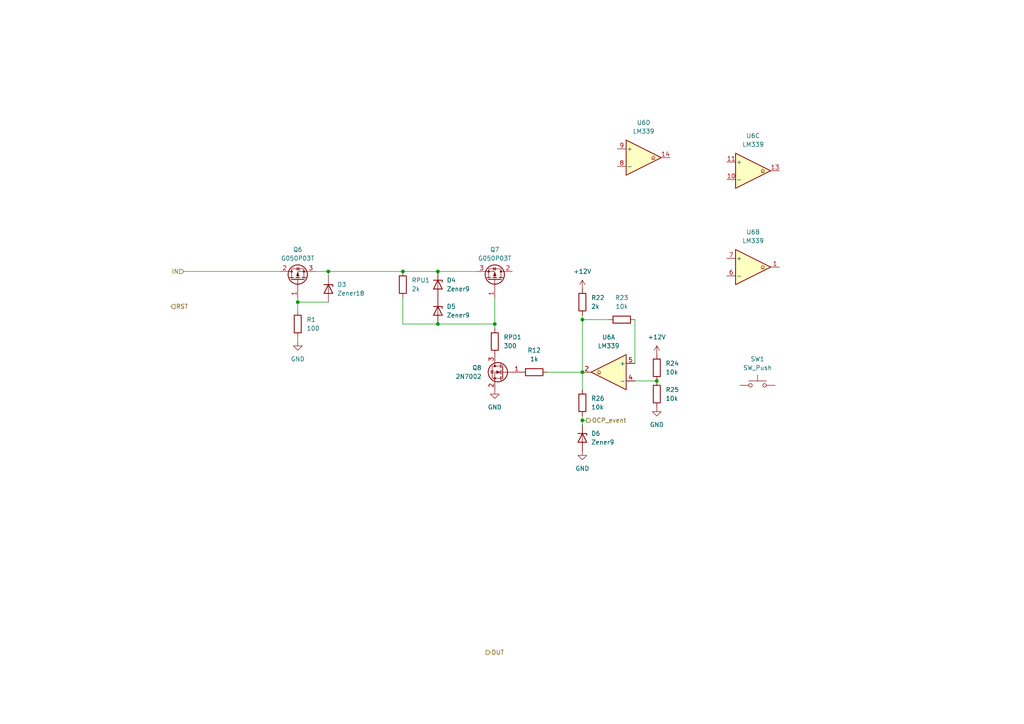
<source format=kicad_sch>
(kicad_sch (version 20231120) (generator "eeschema") (generator_version "8.0")
  (paper "A4")
  (lib_symbols
    (symbol "Comparator:LM339" (pin_names (offset 0.127))
      (property "Reference" "U" (at 0 5.08 0))
      (property "Value" "LM339" (at 0 -5.08 0))
      (symbol "LM339_1_1"
        (polyline (pts (xy -5.08 5.08) (xy 5.08 0) (xy -5.08 -5.08) (xy -5.08 5.08)) (stroke (width 0.254)) (fill (type background)))
        (polyline (pts (xy 3.302 -0.508) (xy 2.794 -0.508) (xy 3.302 0) (xy 2.794 0.508) (xy 2.286 0) (xy 2.794 -0.508) (xy 2.286 -0.508)) (stroke (width 0.127)))
        (pin open_collector line (at 7.62 0 180) (length 2.54) (name "~") (number "2"))
        (pin input line (at -7.62 -2.54 0) (length 2.54) (name "-") (number "4"))
        (pin input line (at -7.62 2.54 0) (length 2.54) (name "+") (number "5"))
      )
      (symbol "LM339_2_1"
        (polyline (pts (xy -5.08 5.08) (xy 5.08 0) (xy -5.08 -5.08) (xy -5.08 5.08)) (stroke (width 0.254)) (fill (type background)))
        (polyline (pts (xy 3.302 -0.508) (xy 2.794 -0.508) (xy 3.302 0) (xy 2.794 0.508) (xy 2.286 0) (xy 2.794 -0.508) (xy 2.286 -0.508)) (stroke (width 0.127)))
        (pin open_collector line (at 7.62 0 180) (length 2.54) (name "~") (number "1"))
        (pin input line (at -7.62 -2.54 0) (length 2.54) (name "-") (number "6"))
        (pin input line (at -7.62 2.54 0) (length 2.54) (name "+") (number "7"))
      )
      (symbol "LM339_3_1"
        (polyline (pts (xy -5.08 5.08) (xy 5.08 0) (xy -5.08 -5.08) (xy -5.08 5.08)) (stroke (width 0.254)) (fill (type background)))
        (polyline (pts (xy 3.302 -0.508) (xy 2.794 -0.508) (xy 3.302 0) (xy 2.794 0.508) (xy 2.286 0) (xy 2.794 -0.508) (xy 2.286 -0.508)) (stroke (width 0.127)))
        (pin input line (at -7.62 -2.54 0) (length 2.54) (name "-") (number "10"))
        (pin input line (at -7.62 2.54 0) (length 2.54) (name "+") (number "11"))
        (pin open_collector line (at 7.62 0 180) (length 2.54) (name "~") (number "13"))
      )
      (symbol "LM339_4_1"
        (polyline (pts (xy -5.08 5.08) (xy 5.08 0) (xy -5.08 -5.08) (xy -5.08 5.08)) (stroke (width 0.254)) (fill (type background)))
        (polyline (pts (xy 3.302 -0.508) (xy 2.794 -0.508) (xy 3.302 0) (xy 2.794 0.508) (xy 2.286 0) (xy 2.794 -0.508) (xy 2.286 -0.508)) (stroke (width 0.127)))
        (pin open_collector line (at 7.62 0 180) (length 2.54) (name "~") (number "14"))
        (pin input line (at -7.62 -2.54 0) (length 2.54) (name "-") (number "8"))
        (pin input line (at -7.62 2.54 0) (length 2.54) (name "+") (number "9"))
      )
      (symbol "LM339_5_1"
        (pin power_in line (at -2.54 -7.62 90) (length 3.81) (name "V-") (number "12"))
        (pin power_in line (at -2.54 7.62 270) (length 3.81) (name "V+") (number "3"))
      )
    )
    (symbol "Device:D_Zener" (pin_numbers hide) (pin_names (offset 1.016) hide)
      (property "Reference" "D" (at 0 2.54 0))
      (property "Value" "D_Zener" (at 0 -2.54 0))
      (symbol "D_Zener_0_1"
        (polyline (pts (xy 1.27 0) (xy -1.27 0)))
        (polyline (pts (xy -1.27 -1.27) (xy -1.27 1.27) (xy -0.762 1.27)) (stroke (width 0.254)))
        (polyline (pts (xy 1.27 -1.27) (xy 1.27 1.27) (xy -1.27 0) (xy 1.27 -1.27)) (stroke (width 0.254)))
      )
      (symbol "D_Zener_1_1"
        (pin passive line (at -3.81 0 0) (length 2.54) (name "K") (number "1"))
        (pin passive line (at 3.81 0 180) (length 2.54) (name "A") (number "2"))
      )
    )
    (symbol "Device:R" (pin_numbers hide) (pin_names (offset 0))
      (property "Reference" "R" (at 2.032 0 90))
      (property "Value" "R" (at 0 0 90))
      (symbol "R_0_1"
        (rectangle (start -1.016 -2.54) (end 1.016 2.54) (stroke (width 0.254)))
      )
      (symbol "R_1_1"
        (pin passive line (at 0 3.81 270) (length 1.27) (name "~") (number "1"))
        (pin passive line (at 0 -3.81 90) (length 1.27) (name "~") (number "2"))
      )
    )
    (symbol "Switch:SW_Push" (pin_numbers hide) (pin_names (offset 1.016) hide)
      (property "Reference" "SW" (at 1.27 2.54 0))
      (property "Value" "SW_Push" (at 0 -1.524 0))
      (symbol "SW_Push_0_1"
        (circle (center -2.032 0) (radius 0.508))
        (polyline (pts (xy 0 1.27) (xy 0 3.048)))
        (polyline (pts (xy 2.54 1.27) (xy -2.54 1.27)))
        (circle (center 2.032 0) (radius 0.508))
        (pin passive line (at -5.08 0 0) (length 2.54) (name "1") (number "1"))
        (pin passive line (at 5.08 0 180) (length 2.54) (name "2") (number "2"))
      )
    )
    (symbol "Transistor_FET:2N7002" (pin_names hide)
      (property "Reference" "Q" (at 5.08 1.905 0))
      (property "Value" "2N7002" (at 5.08 0 0))
      (symbol "2N7002_0_1"
        (polyline (pts (xy 0.254 0) (xy -2.54 0)))
        (polyline (pts (xy 0.254 1.905) (xy 0.254 -1.905)) (stroke (width 0.254)))
        (polyline (pts (xy 0.762 -1.27) (xy 0.762 -2.286)) (stroke (width 0.254)))
        (polyline (pts (xy 0.762 0.508) (xy 0.762 -0.508)) (stroke (width 0.254)))
        (polyline (pts (xy 0.762 2.286) (xy 0.762 1.27)) (stroke (width 0.254)))
        (polyline (pts (xy 2.54 2.54) (xy 2.54 1.778)))
        (polyline (pts (xy 2.54 -2.54) (xy 2.54 0) (xy 0.762 0)))
        (polyline (pts (xy 0.762 -1.778) (xy 3.302 -1.778) (xy 3.302 1.778) (xy 0.762 1.778)))
        (polyline (pts (xy 1.016 0) (xy 2.032 0.381) (xy 2.032 -0.381) (xy 1.016 0)) (fill (type outline)))
        (polyline (pts (xy 2.794 0.508) (xy 2.921 0.381) (xy 3.683 0.381) (xy 3.81 0.254)))
        (polyline (pts (xy 3.302 0.381) (xy 2.921 -0.254) (xy 3.683 -0.254) (xy 3.302 0.381)))
        (circle (center 1.651 0) (radius 2.794) (stroke (width 0.254)))
        (circle (center 2.54 -1.778) (radius 0.254) (fill (type outline)))
        (circle (center 2.54 1.778) (radius 0.254) (fill (type outline)))
      )
      (symbol "2N7002_1_1"
        (pin input line (at -5.08 0 0) (length 2.54) (name "G") (number "1"))
        (pin passive line (at 2.54 -5.08 90) (length 2.54) (name "S") (number "2"))
        (pin passive line (at 2.54 5.08 270) (length 2.54) (name "D") (number "3"))
      )
    )
    (symbol "Transistor_FET:IRF9540N" (pin_names hide)
      (property "Reference" "Q" (at 5.08 1.905 0))
      (property "Value" "IRF9540N" (at 5.08 0 0))
      (symbol "IRF9540N_0_1"
        (polyline (pts (xy 0.254 0) (xy -2.54 0)))
        (polyline (pts (xy 0.254 1.905) (xy 0.254 -1.905)) (stroke (width 0.254)))
        (polyline (pts (xy 0.762 -1.27) (xy 0.762 -2.286)) (stroke (width 0.254)))
        (polyline (pts (xy 0.762 0.508) (xy 0.762 -0.508)) (stroke (width 0.254)))
        (polyline (pts (xy 0.762 2.286) (xy 0.762 1.27)) (stroke (width 0.254)))
        (polyline (pts (xy 2.54 2.54) (xy 2.54 1.778)))
        (polyline (pts (xy 2.54 -2.54) (xy 2.54 0) (xy 0.762 0)))
        (polyline (pts (xy 0.762 1.778) (xy 3.302 1.778) (xy 3.302 -1.778) (xy 0.762 -1.778)))
        (polyline (pts (xy 2.286 0) (xy 1.27 0.381) (xy 1.27 -0.381) (xy 2.286 0)) (fill (type outline)))
        (polyline (pts (xy 2.794 -0.508) (xy 2.921 -0.381) (xy 3.683 -0.381) (xy 3.81 -0.254)))
        (polyline (pts (xy 3.302 -0.381) (xy 2.921 0.254) (xy 3.683 0.254) (xy 3.302 -0.381)))
        (circle (center 1.651 0) (radius 2.794) (stroke (width 0.254)))
        (circle (center 2.54 -1.778) (radius 0.254) (fill (type outline)))
        (circle (center 2.54 1.778) (radius 0.254) (fill (type outline)))
      )
      (symbol "IRF9540N_1_1"
        (pin input line (at -5.08 0 0) (length 2.54) (name "G") (number "1"))
        (pin passive line (at 2.54 5.08 270) (length 2.54) (name "D") (number "2"))
        (pin passive line (at 2.54 -5.08 90) (length 2.54) (name "S") (number "3"))
      )
    )
    (symbol "power:+12V" (power) (pin_numbers hide) (pin_names (offset 0) hide)
      (property "Value" "+12V" (at 0 3.556 0))
      (symbol "+12V_0_1"
        (polyline (pts (xy -0.762 1.27) (xy 0 2.54)))
        (polyline (pts (xy 0 0) (xy 0 2.54)))
        (polyline (pts (xy 0 2.54) (xy 0.762 1.27)))
      )
      (symbol "+12V_1_1"
        (pin power_in line (at 0 0 90) (length 0) (name "~") (number "1"))
      )
    )
    (symbol "power:GND" (power) (pin_numbers hide) (pin_names (offset 0) hide)
      (property "Value" "GND" (at 0 -3.81 0))
      (symbol "GND_0_1"
        (polyline (pts (xy 0 0) (xy 0 -1.27) (xy 1.27 -1.27) (xy 0 -2.54) (xy -1.27 -1.27) (xy 0 -1.27)))
      )
      (symbol "GND_1_1"
        (pin power_in line (at 0 0 270) (length 0) (name "~") (number "1"))
      )
    )
  )
  (junction (at 168.91 92.71))
  (junction (at 143.51 93.98))
  (junction (at 127 93.98))
  (junction (at 190.5 110.49))
  (junction (at 168.91 107.95))
  (junction (at 86.36 87.63))
  (junction (at 127 78.74))
  (junction (at 116.84 78.74))
  (junction (at 95.25 78.74))
  (junction (at 168.91 121.92))
  (wire (pts (xy 53.34 78.74) (xy 81.28 78.74)))
  (wire (pts (xy 168.91 92.71) (xy 168.91 107.95)))
  (wire (pts (xy 158.75 107.95) (xy 168.91 107.95)))
  (wire (pts (xy 168.91 107.95) (xy 168.91 113.03)))
  (wire (pts (xy 168.91 121.92) (xy 170.18 121.92)))
  (wire (pts (xy 184.15 110.49) (xy 190.5 110.49)))
  (wire (pts (xy 143.51 93.98) (xy 143.51 95.25)))
  (wire (pts (xy 127 78.74) (xy 138.43 78.74)))
  (wire (pts (xy 95.25 87.63) (xy 86.36 87.63)))
  (wire (pts (xy 143.51 86.36) (xy 143.51 93.98)))
  (wire (pts (xy 168.91 121.92) (xy 168.91 123.19)))
  (wire (pts (xy 127 93.98) (xy 143.51 93.98)))
  (wire (pts (xy 86.36 87.63) (xy 86.36 90.17)))
  (wire (pts (xy 86.36 97.79) (xy 86.36 99.06)))
  (wire (pts (xy 168.91 91.44) (xy 168.91 92.71)))
  (wire (pts (xy 95.25 78.74) (xy 116.84 78.74)))
  (wire (pts (xy 168.91 92.71) (xy 176.53 92.71)))
  (wire (pts (xy 168.91 120.65) (xy 168.91 121.92)))
  (wire (pts (xy 184.15 105.41) (xy 184.15 92.71)))
  (wire (pts (xy 95.25 78.74) (xy 95.25 80.01)))
  (wire (pts (xy 116.84 86.36) (xy 116.84 93.98)))
  (wire (pts (xy 86.36 86.36) (xy 86.36 87.63)))
  (wire (pts (xy 116.84 93.98) (xy 127 93.98)))
  (wire (pts (xy 116.84 78.74) (xy 127 78.74)))
  (wire (pts (xy 91.44 78.74) (xy 95.25 78.74)))
  (hierarchical_label "RST" (shape input) (at 49.53 88.9 0))
  (hierarchical_label "IN" (shape input) (at 53.34 78.74 180))
  (hierarchical_label "OUT" (shape output) (at 140.97 189.23 0))
  (hierarchical_label "OCP_event" (shape output) (at 170.18 121.92 0))
  (symbol (lib_id "Device:R") (at 143.51 99.06 0) (unit 1)
    (property "Reference" "RPD1" (at 146.05 97.7899 0) (effects (justify left)))
    (property "Value" "300" (at 146.05 100.3299 0) (effects (justify left)))
    (property "Footprint" "Resistor_SMD:R_2512_6332Metric_Pad1.40x3.35mm_HandSolder" (effects (hide yes)))
    (property "Description" "Resistor" (effects (hide yes)))
  )
  (symbol (lib_id "power:+12V") (at 190.5 102.87 0) (unit 1)
    (property "Reference" "#PWR035" (effects (hide yes)))
    (property "Value" "+12V" (at 190.5 97.79 0))
    (property "Description" "Power symbol creates a global label with name \"+12V\"" (effects (hide yes)))
  )
  (symbol (lib_id "Transistor_FET:2N7002") (at 146.05 107.95 0) (mirror y) (unit 1)
    (property "Reference" "Q8" (at 139.7 106.6799 0) (effects (justify left)))
    (property "Value" "2N7002" (at 139.7 109.2199 0) (effects (justify left)))
    (property "Footprint" "Package_TO_SOT_SMD:SOT-23_Handsoldering" (effects (hide yes)))
    (property "Datasheet" "https://www.onsemi.com/pub/Collateral/NDS7002A-D.PDF" (effects (hide yes)))
    (property "Description" "0.115A Id, 60V Vds, N-Channel MOSFET, SOT-23" (effects (hide yes)))
  )
  (symbol (lib_id "Device:D_Zener") (at 168.91 127 270) (unit 1)
    (property "Reference" "D6" (at 171.45 125.7299 90) (effects (justify left)))
    (property "Value" "Zener9" (at 171.45 128.2699 90) (effects (justify left)))
    (property "Footprint" "Diode_THT:D_DO-35_SOD27_P7.62mm_Horizontal" (effects (hide yes)))
    (property "Description" "Zener diode" (effects (hide yes)))
  )
  (symbol (lib_id "Device:R") (at 190.5 106.68 180) (unit 1)
    (property "Reference" "R24" (at 193.04 105.4099 0) (effects (justify right)))
    (property "Value" "10k" (at 193.04 107.9499 0) (effects (justify right)))
    (property "Footprint" "Resistor_SMD:R_0805_2012Metric_Pad1.20x1.40mm_HandSolder" (effects (hide yes)))
    (property "Description" "Resistor" (effects (hide yes)))
  )
  (symbol (lib_id "Comparator:LM339") (at 218.44 49.53 0) (unit 3)
    (property "Reference" "U6" (at 218.44 39.37 0))
    (property "Value" "LM339" (at 218.44 41.91 0))
    (property "Footprint" "Package_SO:SOIC-14_3.9x8.7mm_P1.27mm" (effects (hide yes)))
    (property "Datasheet" "https://www.st.com/resource/en/datasheet/lm139.pdf" (effects (hide yes)))
    (property "Description" "Quad Differential Comparators, SOIC-14/TSSOP-14" (effects (hide yes)))
  )
  (symbol (lib_id "power:GND") (at 190.5 118.11 0) (unit 1)
    (property "Reference" "#PWR033" (effects (hide yes)))
    (property "Value" "GND" (at 190.5 123.19 0))
    (property "Description" "Power symbol creates a global label with name \"GND\" , ground" (effects (hide yes)))
  )
  (symbol (lib_id "Device:R") (at 168.91 116.84 180) (unit 1)
    (property "Reference" "R26" (at 171.45 115.5699 0) (effects (justify right)))
    (property "Value" "10k" (at 171.45 118.1099 0) (effects (justify right)))
    (property "Footprint" "Resistor_SMD:R_0805_2012Metric_Pad1.20x1.40mm_HandSolder" (effects (hide yes)))
    (property "Description" "Resistor" (effects (hide yes)))
  )
  (symbol (lib_id "Device:D_Zener") (at 127 82.55 270) (unit 1)
    (property "Reference" "D4" (at 129.54 81.2799 90) (effects (justify left)))
    (property "Value" "Zener9" (at 129.54 83.8199 90) (effects (justify left)))
    (property "Footprint" "Diode_THT:D_DO-35_SOD27_P7.62mm_Horizontal" (effects (hide yes)))
    (property "Description" "Zener diode" (effects (hide yes)))
  )
  (symbol (lib_id "Device:R") (at 168.91 87.63 180) (unit 1)
    (property "Reference" "R22" (at 171.45 86.3599 0) (effects (justify right)))
    (property "Value" "2k" (at 171.45 88.8999 0) (effects (justify right)))
    (property "Footprint" "Resistor_SMD:R_0805_2012Metric_Pad1.20x1.40mm_HandSolder" (effects (hide yes)))
    (property "Description" "Resistor" (effects (hide yes)))
  )
  (symbol (lib_id "power:GND") (at 168.91 130.81 0) (unit 1)
    (property "Reference" "#PWR036" (effects (hide yes)))
    (property "Value" "GND" (at 168.91 135.89 0))
    (property "Description" "Power symbol creates a global label with name \"GND\" , ground" (effects (hide yes)))
  )
  (symbol (lib_id "Device:D_Zener") (at 95.25 83.82 270) (unit 1)
    (property "Reference" "D3" (at 97.79 82.5499 90) (effects (justify left)))
    (property "Value" "Zener18" (at 97.79 85.0899 90) (effects (justify left)))
    (property "Footprint" "Diode_THT:D_DO-35_SOD27_P7.62mm_Horizontal" (effects (hide yes)))
    (property "Description" "Zener diode" (effects (hide yes)))
  )
  (symbol (lib_id "Device:R") (at 154.94 107.95 90) (unit 1)
    (property "Reference" "R12" (at 154.94 101.6 90))
    (property "Value" "1k" (at 154.94 104.14 90))
    (property "Footprint" "Resistor_SMD:R_0805_2012Metric_Pad1.20x1.40mm_HandSolder" (effects (hide yes)))
    (property "Description" "Resistor" (effects (hide yes)))
  )
  (symbol (lib_id "power:GND") (at 86.36 99.06 0) (unit 1)
    (property "Reference" "#PWR029" (effects (hide yes)))
    (property "Value" "GND" (at 86.36 104.14 0))
    (property "Description" "Power symbol creates a global label with name \"GND\" , ground" (effects (hide yes)))
  )
  (symbol (lib_id "power:+12V") (at 168.91 83.82 0) (unit 1)
    (property "Reference" "#PWR034" (effects (hide yes)))
    (property "Value" "+12V" (at 168.91 78.74 0))
    (property "Description" "Power symbol creates a global label with name \"+12V\"" (effects (hide yes)))
  )
  (symbol (lib_id "Switch:SW_Push") (at 219.71 111.76 0) (unit 1)
    (property "Reference" "SW1" (at 219.71 104.14 0))
    (property "Value" "SW_Push" (at 219.71 106.68 0))
    (property "Footprint" "Soft_switch:Soft_Switch 8x8mm" (effects (hide yes)))
    (property "Description" "Push button switch, generic, two pins" (effects (hide yes)))
  )
  (symbol (lib_id "Comparator:LM339") (at 218.44 77.47 0) (unit 2)
    (property "Reference" "U6" (at 218.44 67.31 0))
    (property "Value" "LM339" (at 218.44 69.85 0))
    (property "Footprint" "Package_SO:SOIC-14_3.9x8.7mm_P1.27mm" (effects (hide yes)))
    (property "Datasheet" "https://www.st.com/resource/en/datasheet/lm139.pdf" (effects (hide yes)))
    (property "Description" "Quad Differential Comparators, SOIC-14/TSSOP-14" (effects (hide yes)))
  )
  (symbol (lib_id "Device:R") (at 86.36 93.98 0) (unit 1)
    (property "Reference" "R1" (at 88.9 92.7099 0) (effects (justify left)))
    (property "Value" "100" (at 88.9 95.2499 0) (effects (justify left)))
    (property "Footprint" "Resistor_SMD:R_0805_2012Metric_Pad1.20x1.40mm_HandSolder" (effects (hide yes)))
    (property "Description" "Resistor" (effects (hide yes)))
  )
  (symbol (lib_id "Device:D_Zener") (at 127 90.17 270) (unit 1)
    (property "Reference" "D5" (at 129.54 88.8999 90) (effects (justify left)))
    (property "Value" "Zener9" (at 129.54 91.4399 90) (effects (justify left)))
    (property "Footprint" "Diode_THT:D_DO-35_SOD27_P7.62mm_Horizontal" (effects (hide yes)))
    (property "Description" "Zener diode" (effects (hide yes)))
  )
  (symbol (lib_id "Device:R") (at 116.84 82.55 0) (unit 1)
    (property "Reference" "RPU1" (at 119.38 81.2799 0) (effects (justify left)))
    (property "Value" "2k" (at 119.38 83.8199 0) (effects (justify left)))
    (property "Footprint" "Resistor_THT:R_Axial_DIN0207_L6.3mm_D2.5mm_P7.62mm_Horizontal" (effects (hide yes)))
    (property "Description" "Resistor" (effects (hide yes)))
  )
  (symbol (lib_id "power:GND") (at 143.51 113.03 0) (unit 1)
    (property "Reference" "#PWR032" (effects (hide yes)))
    (property "Value" "GND" (at 143.51 118.11 0))
    (property "Description" "Power symbol creates a global label with name \"GND\" , ground" (effects (hide yes)))
  )
  (symbol (lib_id "Comparator:LM339") (at 186.69 45.72 0) (unit 4)
    (property "Reference" "U6" (at 186.69 35.56 0))
    (property "Value" "LM339" (at 186.69 38.1 0))
    (property "Footprint" "Package_SO:SOIC-14_3.9x8.7mm_P1.27mm" (effects (hide yes)))
    (property "Datasheet" "https://www.st.com/resource/en/datasheet/lm139.pdf" (effects (hide yes)))
    (property "Description" "Quad Differential Comparators, SOIC-14/TSSOP-14" (effects (hide yes)))
  )
  (symbol (lib_id "Device:R") (at 180.34 92.71 90) (unit 1)
    (property "Reference" "R23" (at 180.34 86.36 90))
    (property "Value" "10k" (at 180.34 88.9 90))
    (property "Footprint" "Resistor_SMD:R_0805_2012Metric_Pad1.20x1.40mm_HandSolder" (effects (hide yes)))
    (property "Description" "Resistor" (effects (hide yes)))
  )
  (symbol (lib_id "Transistor_FET:IRF9540N") (at 143.51 81.28 270) (mirror x) (unit 1)
    (property "Reference" "Q7" (at 143.51 72.39 90))
    (property "Value" "G050P03T" (at 143.51 74.93 90))
    (property "Footprint" "Package_TO_SOT_THT:TO-220-3_Vertical" (effects (hide yes)))
    (property "Datasheet" "http://www.irf.com/product-info/datasheets/data/irf9540n.pdf" (effects (hide yes)))
    (property "Description" "-23A Id, -100V Vds, 117mOhm Rds, P-Channel HEXFET Power MOSFET, TO-220" (effects (hide yes)))
  )
  (symbol (lib_id "Comparator:LM339") (at 176.53 107.95 0) (mirror y) (unit 1)
    (property "Reference" "U6" (at 176.53 97.79 0))
    (property "Value" "LM339" (at 176.53 100.33 0))
    (property "Footprint" "Package_SO:SOIC-14_3.9x8.7mm_P1.27mm" (effects (hide yes)))
    (property "Datasheet" "https://www.st.com/resource/en/datasheet/lm139.pdf" (effects (hide yes)))
    (property "Description" "Quad Differential Comparators, SOIC-14/TSSOP-14" (effects (hide yes)))
  )
  (symbol (lib_id "Transistor_FET:IRF9540N") (at 86.36 81.28 90) (unit 1)
    (property "Reference" "Q6" (at 86.36 72.39 90))
    (property "Value" "G050P03T" (at 86.36 74.93 90))
    (property "Footprint" "Package_TO_SOT_THT:TO-220-3_Vertical" (effects (hide yes)))
    (property "Datasheet" "http://www.irf.com/product-info/datasheets/data/irf9540n.pdf" (effects (hide yes)))
    (property "Description" "-23A Id, -100V Vds, 117mOhm Rds, P-Channel HEXFET Power MOSFET, TO-220" (effects (hide yes)))
  )
  (symbol (lib_id "Device:R") (at 190.5 114.3 180) (unit 1)
    (property "Reference" "R25" (at 193.04 113.0299 0) (effects (justify right)))
    (property "Value" "10k" (at 193.04 115.5699 0) (effects (justify right)))
    (property "Footprint" "Resistor_SMD:R_0805_2012Metric_Pad1.20x1.40mm_HandSolder" (effects (hide yes)))
    (property "Description" "Resistor" (effects (hide yes)))
  )
)
</source>
